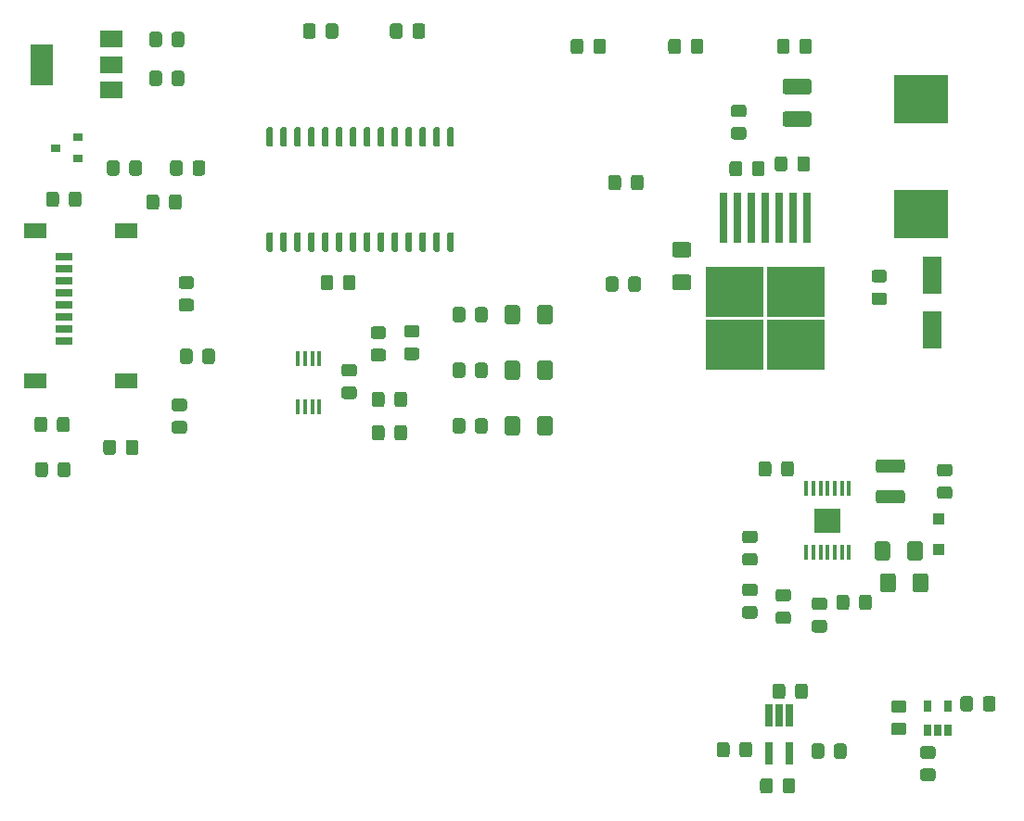
<source format=gbr>
%TF.GenerationSoftware,KiCad,Pcbnew,(5.1.9)-1*%
%TF.CreationDate,2021-07-10T09:55:13-04:00*%
%TF.ProjectId,detector_circuit,64657465-6374-46f7-925f-636972637569,rev?*%
%TF.SameCoordinates,Original*%
%TF.FileFunction,Paste,Top*%
%TF.FilePolarity,Positive*%
%FSLAX46Y46*%
G04 Gerber Fmt 4.6, Leading zero omitted, Abs format (unit mm)*
G04 Created by KiCad (PCBNEW (5.1.9)-1) date 2021-07-10 09:55:13*
%MOMM*%
%LPD*%
G01*
G04 APERTURE LIST*
%ADD10R,2.000000X1.450000*%
%ADD11R,1.500000X0.800000*%
%ADD12R,0.650000X2.000000*%
%ADD13R,5.250000X4.550000*%
%ADD14R,0.800000X4.600000*%
%ADD15R,5.000000X4.500000*%
%ADD16R,1.800000X3.500000*%
%ADD17R,0.355600X1.473200*%
%ADD18R,2.460000X2.310000*%
%ADD19R,2.000000X3.800000*%
%ADD20R,2.000000X1.500000*%
%ADD21R,0.650000X1.060000*%
%ADD22R,1.100000X1.100000*%
%ADD23R,0.450000X1.450000*%
%ADD24R,0.900000X0.800000*%
G04 APERTURE END LIST*
D10*
%TO.C,J8*%
X87185500Y-77660500D03*
X87185500Y-91410500D03*
X95485500Y-91410500D03*
X95485500Y-77660500D03*
D11*
X89785500Y-80040500D03*
X89785500Y-81140500D03*
X89785500Y-82240500D03*
X89795500Y-83340500D03*
X89785500Y-84440500D03*
X89785500Y-85530500D03*
X89785500Y-86640500D03*
X89785500Y-87740500D03*
%TD*%
%TO.C,C1*%
G36*
G01*
X155633000Y-119310999D02*
X155633000Y-120211001D01*
G75*
G02*
X155383001Y-120461000I-249999J0D01*
G01*
X154732999Y-120461000D01*
G75*
G02*
X154483000Y-120211001I0J249999D01*
G01*
X154483000Y-119310999D01*
G75*
G02*
X154732999Y-119061000I249999J0D01*
G01*
X155383001Y-119061000D01*
G75*
G02*
X155633000Y-119310999I0J-249999D01*
G01*
G37*
G36*
G01*
X157683000Y-119310999D02*
X157683000Y-120211001D01*
G75*
G02*
X157433001Y-120461000I-249999J0D01*
G01*
X156782999Y-120461000D01*
G75*
G02*
X156533000Y-120211001I0J249999D01*
G01*
X156533000Y-119310999D01*
G75*
G02*
X156782999Y-119061000I249999J0D01*
G01*
X157433001Y-119061000D01*
G75*
G02*
X157683000Y-119310999I0J-249999D01*
G01*
G37*
%TD*%
%TO.C,C26*%
G36*
G01*
X155643000Y-66760500D02*
X157793000Y-66760500D01*
G75*
G02*
X158043000Y-67010500I0J-250000D01*
G01*
X158043000Y-67935500D01*
G75*
G02*
X157793000Y-68185500I-250000J0D01*
G01*
X155643000Y-68185500D01*
G75*
G02*
X155393000Y-67935500I0J250000D01*
G01*
X155393000Y-67010500D01*
G75*
G02*
X155643000Y-66760500I250000J0D01*
G01*
G37*
G36*
G01*
X155643000Y-63785500D02*
X157793000Y-63785500D01*
G75*
G02*
X158043000Y-64035500I0J-250000D01*
G01*
X158043000Y-64960500D01*
G75*
G02*
X157793000Y-65210500I-250000J0D01*
G01*
X155643000Y-65210500D01*
G75*
G02*
X155393000Y-64960500I0J250000D01*
G01*
X155393000Y-64035500D01*
G75*
G02*
X155643000Y-63785500I250000J0D01*
G01*
G37*
%TD*%
%TO.C,C22*%
G36*
G01*
X145552000Y-81674000D02*
X146802000Y-81674000D01*
G75*
G02*
X147052000Y-81924000I0J-250000D01*
G01*
X147052000Y-82849000D01*
G75*
G02*
X146802000Y-83099000I-250000J0D01*
G01*
X145552000Y-83099000D01*
G75*
G02*
X145302000Y-82849000I0J250000D01*
G01*
X145302000Y-81924000D01*
G75*
G02*
X145552000Y-81674000I250000J0D01*
G01*
G37*
G36*
G01*
X145552000Y-78699000D02*
X146802000Y-78699000D01*
G75*
G02*
X147052000Y-78949000I0J-250000D01*
G01*
X147052000Y-79874000D01*
G75*
G02*
X146802000Y-80124000I-250000J0D01*
G01*
X145552000Y-80124000D01*
G75*
G02*
X145302000Y-79874000I0J250000D01*
G01*
X145302000Y-78949000D01*
G75*
G02*
X145552000Y-78699000I250000J0D01*
G01*
G37*
%TD*%
%TO.C,C16*%
G36*
G01*
X165722000Y-109230000D02*
X165722000Y-110480000D01*
G75*
G02*
X165472000Y-110730000I-250000J0D01*
G01*
X164547000Y-110730000D01*
G75*
G02*
X164297000Y-110480000I0J250000D01*
G01*
X164297000Y-109230000D01*
G75*
G02*
X164547000Y-108980000I250000J0D01*
G01*
X165472000Y-108980000D01*
G75*
G02*
X165722000Y-109230000I0J-250000D01*
G01*
G37*
G36*
G01*
X168697000Y-109230000D02*
X168697000Y-110480000D01*
G75*
G02*
X168447000Y-110730000I-250000J0D01*
G01*
X167522000Y-110730000D01*
G75*
G02*
X167272000Y-110480000I0J250000D01*
G01*
X167272000Y-109230000D01*
G75*
G02*
X167522000Y-108980000I250000J0D01*
G01*
X168447000Y-108980000D01*
G75*
G02*
X168697000Y-109230000I0J-250000D01*
G01*
G37*
%TD*%
%TO.C,C15*%
G36*
G01*
X165214000Y-106309000D02*
X165214000Y-107559000D01*
G75*
G02*
X164964000Y-107809000I-250000J0D01*
G01*
X164039000Y-107809000D01*
G75*
G02*
X163789000Y-107559000I0J250000D01*
G01*
X163789000Y-106309000D01*
G75*
G02*
X164039000Y-106059000I250000J0D01*
G01*
X164964000Y-106059000D01*
G75*
G02*
X165214000Y-106309000I0J-250000D01*
G01*
G37*
G36*
G01*
X168189000Y-106309000D02*
X168189000Y-107559000D01*
G75*
G02*
X167939000Y-107809000I-250000J0D01*
G01*
X167014000Y-107809000D01*
G75*
G02*
X166764000Y-107559000I0J250000D01*
G01*
X166764000Y-106309000D01*
G75*
G02*
X167014000Y-106059000I250000J0D01*
G01*
X167939000Y-106059000D01*
G75*
G02*
X168189000Y-106309000I0J-250000D01*
G01*
G37*
%TD*%
D12*
%TO.C,U3*%
X156017000Y-125408000D03*
X154117000Y-125408000D03*
X154117000Y-121988000D03*
X155067000Y-121988000D03*
X156017000Y-121988000D03*
%TD*%
D13*
%TO.C,U1*%
X151022000Y-83236500D03*
X156572000Y-88086500D03*
X156572000Y-83236500D03*
X151022000Y-88086500D03*
D14*
X149987000Y-76511500D03*
X151257000Y-76511500D03*
X152527000Y-76511500D03*
X153797000Y-76511500D03*
X155067000Y-76511500D03*
X156337000Y-76511500D03*
X157607000Y-76511500D03*
%TD*%
%TO.C,C4*%
G36*
G01*
X173678000Y-121354001D02*
X173678000Y-120453999D01*
G75*
G02*
X173927999Y-120204000I249999J0D01*
G01*
X174578001Y-120204000D01*
G75*
G02*
X174828000Y-120453999I0J-249999D01*
G01*
X174828000Y-121354001D01*
G75*
G02*
X174578001Y-121604000I-249999J0D01*
G01*
X173927999Y-121604000D01*
G75*
G02*
X173678000Y-121354001I0J249999D01*
G01*
G37*
G36*
G01*
X171628000Y-121354001D02*
X171628000Y-120453999D01*
G75*
G02*
X171877999Y-120204000I249999J0D01*
G01*
X172528001Y-120204000D01*
G75*
G02*
X172778000Y-120453999I0J-249999D01*
G01*
X172778000Y-121354001D01*
G75*
G02*
X172528001Y-121604000I-249999J0D01*
G01*
X171877999Y-121604000D01*
G75*
G02*
X171628000Y-121354001I0J249999D01*
G01*
G37*
%TD*%
%TO.C,R19*%
G36*
G01*
X102431000Y-89604001D02*
X102431000Y-88703999D01*
G75*
G02*
X102680999Y-88454000I249999J0D01*
G01*
X103331001Y-88454000D01*
G75*
G02*
X103581000Y-88703999I0J-249999D01*
G01*
X103581000Y-89604001D01*
G75*
G02*
X103331001Y-89854000I-249999J0D01*
G01*
X102680999Y-89854000D01*
G75*
G02*
X102431000Y-89604001I0J249999D01*
G01*
G37*
G36*
G01*
X100381000Y-89604001D02*
X100381000Y-88703999D01*
G75*
G02*
X100630999Y-88454000I249999J0D01*
G01*
X101281001Y-88454000D01*
G75*
G02*
X101531000Y-88703999I0J-249999D01*
G01*
X101531000Y-89604001D01*
G75*
G02*
X101281001Y-89854000I-249999J0D01*
G01*
X100630999Y-89854000D01*
G75*
G02*
X100381000Y-89604001I0J249999D01*
G01*
G37*
%TD*%
D15*
%TO.C,L2*%
X168021000Y-65636500D03*
X168021000Y-76136500D03*
%TD*%
%TO.C,R2*%
G36*
G01*
X150933999Y-68204500D02*
X151834001Y-68204500D01*
G75*
G02*
X152084000Y-68454499I0J-249999D01*
G01*
X152084000Y-69104501D01*
G75*
G02*
X151834001Y-69354500I-249999J0D01*
G01*
X150933999Y-69354500D01*
G75*
G02*
X150684000Y-69104501I0J249999D01*
G01*
X150684000Y-68454499D01*
G75*
G02*
X150933999Y-68204500I249999J0D01*
G01*
G37*
G36*
G01*
X150933999Y-66154500D02*
X151834001Y-66154500D01*
G75*
G02*
X152084000Y-66404499I0J-249999D01*
G01*
X152084000Y-67054501D01*
G75*
G02*
X151834001Y-67304500I-249999J0D01*
G01*
X150933999Y-67304500D01*
G75*
G02*
X150684000Y-67054501I0J249999D01*
G01*
X150684000Y-66404499D01*
G75*
G02*
X150933999Y-66154500I249999J0D01*
G01*
G37*
%TD*%
D16*
%TO.C,D7*%
X169037000Y-86764500D03*
X169037000Y-81764500D03*
%TD*%
D17*
%TO.C,U6*%
X161462034Y-101219000D03*
X160812023Y-101219000D03*
X160162011Y-101219000D03*
X159512000Y-101219000D03*
X158861989Y-101219000D03*
X158211977Y-101219000D03*
X157561966Y-101219000D03*
X157561966Y-107061000D03*
X158211977Y-107061000D03*
X158861989Y-107061000D03*
X159512000Y-107061000D03*
X160162011Y-107061000D03*
X160812023Y-107061000D03*
X161462034Y-107061000D03*
D18*
X159512000Y-104140000D03*
%TD*%
%TO.C,R41*%
G36*
G01*
X152596000Y-72459001D02*
X152596000Y-71558999D01*
G75*
G02*
X152845999Y-71309000I249999J0D01*
G01*
X153496001Y-71309000D01*
G75*
G02*
X153746000Y-71558999I0J-249999D01*
G01*
X153746000Y-72459001D01*
G75*
G02*
X153496001Y-72709000I-249999J0D01*
G01*
X152845999Y-72709000D01*
G75*
G02*
X152596000Y-72459001I0J249999D01*
G01*
G37*
G36*
G01*
X150546000Y-72459001D02*
X150546000Y-71558999D01*
G75*
G02*
X150795999Y-71309000I249999J0D01*
G01*
X151446001Y-71309000D01*
G75*
G02*
X151696000Y-71558999I0J-249999D01*
G01*
X151696000Y-72459001D01*
G75*
G02*
X151446001Y-72709000I-249999J0D01*
G01*
X150795999Y-72709000D01*
G75*
G02*
X150546000Y-72459001I0J249999D01*
G01*
G37*
%TD*%
%TO.C,L1*%
G36*
G01*
X166302000Y-99809000D02*
X164152000Y-99809000D01*
G75*
G02*
X163902000Y-99559000I0J250000D01*
G01*
X163902000Y-98809000D01*
G75*
G02*
X164152000Y-98559000I250000J0D01*
G01*
X166302000Y-98559000D01*
G75*
G02*
X166552000Y-98809000I0J-250000D01*
G01*
X166552000Y-99559000D01*
G75*
G02*
X166302000Y-99809000I-250000J0D01*
G01*
G37*
G36*
G01*
X166302000Y-102609000D02*
X164152000Y-102609000D01*
G75*
G02*
X163902000Y-102359000I0J250000D01*
G01*
X163902000Y-101609000D01*
G75*
G02*
X164152000Y-101359000I250000J0D01*
G01*
X166302000Y-101359000D01*
G75*
G02*
X166552000Y-101609000I0J-250000D01*
G01*
X166552000Y-102359000D01*
G75*
G02*
X166302000Y-102609000I-250000J0D01*
G01*
G37*
%TD*%
%TO.C,C25*%
G36*
G01*
X155832500Y-71114499D02*
X155832500Y-72014501D01*
G75*
G02*
X155582501Y-72264500I-249999J0D01*
G01*
X154932499Y-72264500D01*
G75*
G02*
X154682500Y-72014501I0J249999D01*
G01*
X154682500Y-71114499D01*
G75*
G02*
X154932499Y-70864500I249999J0D01*
G01*
X155582501Y-70864500D01*
G75*
G02*
X155832500Y-71114499I0J-249999D01*
G01*
G37*
G36*
G01*
X157882500Y-71114499D02*
X157882500Y-72014501D01*
G75*
G02*
X157632501Y-72264500I-249999J0D01*
G01*
X156982499Y-72264500D01*
G75*
G02*
X156732500Y-72014501I0J249999D01*
G01*
X156732500Y-71114499D01*
G75*
G02*
X156982499Y-70864500I249999J0D01*
G01*
X157632501Y-70864500D01*
G75*
G02*
X157882500Y-71114499I0J-249999D01*
G01*
G37*
%TD*%
%TO.C,C24*%
G36*
G01*
X163760999Y-83308500D02*
X164661001Y-83308500D01*
G75*
G02*
X164911000Y-83558499I0J-249999D01*
G01*
X164911000Y-84208501D01*
G75*
G02*
X164661001Y-84458500I-249999J0D01*
G01*
X163760999Y-84458500D01*
G75*
G02*
X163511000Y-84208501I0J249999D01*
G01*
X163511000Y-83558499D01*
G75*
G02*
X163760999Y-83308500I249999J0D01*
G01*
G37*
G36*
G01*
X163760999Y-81258500D02*
X164661001Y-81258500D01*
G75*
G02*
X164911000Y-81508499I0J-249999D01*
G01*
X164911000Y-82158501D01*
G75*
G02*
X164661001Y-82408500I-249999J0D01*
G01*
X163760999Y-82408500D01*
G75*
G02*
X163511000Y-82158501I0J249999D01*
G01*
X163511000Y-81508499D01*
G75*
G02*
X163760999Y-81258500I249999J0D01*
G01*
G37*
%TD*%
%TO.C,U5*%
G36*
G01*
X124945000Y-77814000D02*
X125245000Y-77814000D01*
G75*
G02*
X125395000Y-77964000I0J-150000D01*
G01*
X125395000Y-79464000D01*
G75*
G02*
X125245000Y-79614000I-150000J0D01*
G01*
X124945000Y-79614000D01*
G75*
G02*
X124795000Y-79464000I0J150000D01*
G01*
X124795000Y-77964000D01*
G75*
G02*
X124945000Y-77814000I150000J0D01*
G01*
G37*
G36*
G01*
X123675000Y-77814000D02*
X123975000Y-77814000D01*
G75*
G02*
X124125000Y-77964000I0J-150000D01*
G01*
X124125000Y-79464000D01*
G75*
G02*
X123975000Y-79614000I-150000J0D01*
G01*
X123675000Y-79614000D01*
G75*
G02*
X123525000Y-79464000I0J150000D01*
G01*
X123525000Y-77964000D01*
G75*
G02*
X123675000Y-77814000I150000J0D01*
G01*
G37*
G36*
G01*
X122405000Y-77814000D02*
X122705000Y-77814000D01*
G75*
G02*
X122855000Y-77964000I0J-150000D01*
G01*
X122855000Y-79464000D01*
G75*
G02*
X122705000Y-79614000I-150000J0D01*
G01*
X122405000Y-79614000D01*
G75*
G02*
X122255000Y-79464000I0J150000D01*
G01*
X122255000Y-77964000D01*
G75*
G02*
X122405000Y-77814000I150000J0D01*
G01*
G37*
G36*
G01*
X121135000Y-77814000D02*
X121435000Y-77814000D01*
G75*
G02*
X121585000Y-77964000I0J-150000D01*
G01*
X121585000Y-79464000D01*
G75*
G02*
X121435000Y-79614000I-150000J0D01*
G01*
X121135000Y-79614000D01*
G75*
G02*
X120985000Y-79464000I0J150000D01*
G01*
X120985000Y-77964000D01*
G75*
G02*
X121135000Y-77814000I150000J0D01*
G01*
G37*
G36*
G01*
X119865000Y-77814000D02*
X120165000Y-77814000D01*
G75*
G02*
X120315000Y-77964000I0J-150000D01*
G01*
X120315000Y-79464000D01*
G75*
G02*
X120165000Y-79614000I-150000J0D01*
G01*
X119865000Y-79614000D01*
G75*
G02*
X119715000Y-79464000I0J150000D01*
G01*
X119715000Y-77964000D01*
G75*
G02*
X119865000Y-77814000I150000J0D01*
G01*
G37*
G36*
G01*
X118595000Y-77814000D02*
X118895000Y-77814000D01*
G75*
G02*
X119045000Y-77964000I0J-150000D01*
G01*
X119045000Y-79464000D01*
G75*
G02*
X118895000Y-79614000I-150000J0D01*
G01*
X118595000Y-79614000D01*
G75*
G02*
X118445000Y-79464000I0J150000D01*
G01*
X118445000Y-77964000D01*
G75*
G02*
X118595000Y-77814000I150000J0D01*
G01*
G37*
G36*
G01*
X117325000Y-77814000D02*
X117625000Y-77814000D01*
G75*
G02*
X117775000Y-77964000I0J-150000D01*
G01*
X117775000Y-79464000D01*
G75*
G02*
X117625000Y-79614000I-150000J0D01*
G01*
X117325000Y-79614000D01*
G75*
G02*
X117175000Y-79464000I0J150000D01*
G01*
X117175000Y-77964000D01*
G75*
G02*
X117325000Y-77814000I150000J0D01*
G01*
G37*
G36*
G01*
X116055000Y-77814000D02*
X116355000Y-77814000D01*
G75*
G02*
X116505000Y-77964000I0J-150000D01*
G01*
X116505000Y-79464000D01*
G75*
G02*
X116355000Y-79614000I-150000J0D01*
G01*
X116055000Y-79614000D01*
G75*
G02*
X115905000Y-79464000I0J150000D01*
G01*
X115905000Y-77964000D01*
G75*
G02*
X116055000Y-77814000I150000J0D01*
G01*
G37*
G36*
G01*
X114785000Y-77814000D02*
X115085000Y-77814000D01*
G75*
G02*
X115235000Y-77964000I0J-150000D01*
G01*
X115235000Y-79464000D01*
G75*
G02*
X115085000Y-79614000I-150000J0D01*
G01*
X114785000Y-79614000D01*
G75*
G02*
X114635000Y-79464000I0J150000D01*
G01*
X114635000Y-77964000D01*
G75*
G02*
X114785000Y-77814000I150000J0D01*
G01*
G37*
G36*
G01*
X113515000Y-77814000D02*
X113815000Y-77814000D01*
G75*
G02*
X113965000Y-77964000I0J-150000D01*
G01*
X113965000Y-79464000D01*
G75*
G02*
X113815000Y-79614000I-150000J0D01*
G01*
X113515000Y-79614000D01*
G75*
G02*
X113365000Y-79464000I0J150000D01*
G01*
X113365000Y-77964000D01*
G75*
G02*
X113515000Y-77814000I150000J0D01*
G01*
G37*
G36*
G01*
X112245000Y-77814000D02*
X112545000Y-77814000D01*
G75*
G02*
X112695000Y-77964000I0J-150000D01*
G01*
X112695000Y-79464000D01*
G75*
G02*
X112545000Y-79614000I-150000J0D01*
G01*
X112245000Y-79614000D01*
G75*
G02*
X112095000Y-79464000I0J150000D01*
G01*
X112095000Y-77964000D01*
G75*
G02*
X112245000Y-77814000I150000J0D01*
G01*
G37*
G36*
G01*
X110975000Y-77814000D02*
X111275000Y-77814000D01*
G75*
G02*
X111425000Y-77964000I0J-150000D01*
G01*
X111425000Y-79464000D01*
G75*
G02*
X111275000Y-79614000I-150000J0D01*
G01*
X110975000Y-79614000D01*
G75*
G02*
X110825000Y-79464000I0J150000D01*
G01*
X110825000Y-77964000D01*
G75*
G02*
X110975000Y-77814000I150000J0D01*
G01*
G37*
G36*
G01*
X109705000Y-77814000D02*
X110005000Y-77814000D01*
G75*
G02*
X110155000Y-77964000I0J-150000D01*
G01*
X110155000Y-79464000D01*
G75*
G02*
X110005000Y-79614000I-150000J0D01*
G01*
X109705000Y-79614000D01*
G75*
G02*
X109555000Y-79464000I0J150000D01*
G01*
X109555000Y-77964000D01*
G75*
G02*
X109705000Y-77814000I150000J0D01*
G01*
G37*
G36*
G01*
X108435000Y-77814000D02*
X108735000Y-77814000D01*
G75*
G02*
X108885000Y-77964000I0J-150000D01*
G01*
X108885000Y-79464000D01*
G75*
G02*
X108735000Y-79614000I-150000J0D01*
G01*
X108435000Y-79614000D01*
G75*
G02*
X108285000Y-79464000I0J150000D01*
G01*
X108285000Y-77964000D01*
G75*
G02*
X108435000Y-77814000I150000J0D01*
G01*
G37*
G36*
G01*
X108435000Y-68214000D02*
X108735000Y-68214000D01*
G75*
G02*
X108885000Y-68364000I0J-150000D01*
G01*
X108885000Y-69864000D01*
G75*
G02*
X108735000Y-70014000I-150000J0D01*
G01*
X108435000Y-70014000D01*
G75*
G02*
X108285000Y-69864000I0J150000D01*
G01*
X108285000Y-68364000D01*
G75*
G02*
X108435000Y-68214000I150000J0D01*
G01*
G37*
G36*
G01*
X109705000Y-68214000D02*
X110005000Y-68214000D01*
G75*
G02*
X110155000Y-68364000I0J-150000D01*
G01*
X110155000Y-69864000D01*
G75*
G02*
X110005000Y-70014000I-150000J0D01*
G01*
X109705000Y-70014000D01*
G75*
G02*
X109555000Y-69864000I0J150000D01*
G01*
X109555000Y-68364000D01*
G75*
G02*
X109705000Y-68214000I150000J0D01*
G01*
G37*
G36*
G01*
X110975000Y-68214000D02*
X111275000Y-68214000D01*
G75*
G02*
X111425000Y-68364000I0J-150000D01*
G01*
X111425000Y-69864000D01*
G75*
G02*
X111275000Y-70014000I-150000J0D01*
G01*
X110975000Y-70014000D01*
G75*
G02*
X110825000Y-69864000I0J150000D01*
G01*
X110825000Y-68364000D01*
G75*
G02*
X110975000Y-68214000I150000J0D01*
G01*
G37*
G36*
G01*
X112245000Y-68214000D02*
X112545000Y-68214000D01*
G75*
G02*
X112695000Y-68364000I0J-150000D01*
G01*
X112695000Y-69864000D01*
G75*
G02*
X112545000Y-70014000I-150000J0D01*
G01*
X112245000Y-70014000D01*
G75*
G02*
X112095000Y-69864000I0J150000D01*
G01*
X112095000Y-68364000D01*
G75*
G02*
X112245000Y-68214000I150000J0D01*
G01*
G37*
G36*
G01*
X113515000Y-68214000D02*
X113815000Y-68214000D01*
G75*
G02*
X113965000Y-68364000I0J-150000D01*
G01*
X113965000Y-69864000D01*
G75*
G02*
X113815000Y-70014000I-150000J0D01*
G01*
X113515000Y-70014000D01*
G75*
G02*
X113365000Y-69864000I0J150000D01*
G01*
X113365000Y-68364000D01*
G75*
G02*
X113515000Y-68214000I150000J0D01*
G01*
G37*
G36*
G01*
X114785000Y-68214000D02*
X115085000Y-68214000D01*
G75*
G02*
X115235000Y-68364000I0J-150000D01*
G01*
X115235000Y-69864000D01*
G75*
G02*
X115085000Y-70014000I-150000J0D01*
G01*
X114785000Y-70014000D01*
G75*
G02*
X114635000Y-69864000I0J150000D01*
G01*
X114635000Y-68364000D01*
G75*
G02*
X114785000Y-68214000I150000J0D01*
G01*
G37*
G36*
G01*
X116055000Y-68214000D02*
X116355000Y-68214000D01*
G75*
G02*
X116505000Y-68364000I0J-150000D01*
G01*
X116505000Y-69864000D01*
G75*
G02*
X116355000Y-70014000I-150000J0D01*
G01*
X116055000Y-70014000D01*
G75*
G02*
X115905000Y-69864000I0J150000D01*
G01*
X115905000Y-68364000D01*
G75*
G02*
X116055000Y-68214000I150000J0D01*
G01*
G37*
G36*
G01*
X117325000Y-68214000D02*
X117625000Y-68214000D01*
G75*
G02*
X117775000Y-68364000I0J-150000D01*
G01*
X117775000Y-69864000D01*
G75*
G02*
X117625000Y-70014000I-150000J0D01*
G01*
X117325000Y-70014000D01*
G75*
G02*
X117175000Y-69864000I0J150000D01*
G01*
X117175000Y-68364000D01*
G75*
G02*
X117325000Y-68214000I150000J0D01*
G01*
G37*
G36*
G01*
X118595000Y-68214000D02*
X118895000Y-68214000D01*
G75*
G02*
X119045000Y-68364000I0J-150000D01*
G01*
X119045000Y-69864000D01*
G75*
G02*
X118895000Y-70014000I-150000J0D01*
G01*
X118595000Y-70014000D01*
G75*
G02*
X118445000Y-69864000I0J150000D01*
G01*
X118445000Y-68364000D01*
G75*
G02*
X118595000Y-68214000I150000J0D01*
G01*
G37*
G36*
G01*
X119865000Y-68214000D02*
X120165000Y-68214000D01*
G75*
G02*
X120315000Y-68364000I0J-150000D01*
G01*
X120315000Y-69864000D01*
G75*
G02*
X120165000Y-70014000I-150000J0D01*
G01*
X119865000Y-70014000D01*
G75*
G02*
X119715000Y-69864000I0J150000D01*
G01*
X119715000Y-68364000D01*
G75*
G02*
X119865000Y-68214000I150000J0D01*
G01*
G37*
G36*
G01*
X121135000Y-68214000D02*
X121435000Y-68214000D01*
G75*
G02*
X121585000Y-68364000I0J-150000D01*
G01*
X121585000Y-69864000D01*
G75*
G02*
X121435000Y-70014000I-150000J0D01*
G01*
X121135000Y-70014000D01*
G75*
G02*
X120985000Y-69864000I0J150000D01*
G01*
X120985000Y-68364000D01*
G75*
G02*
X121135000Y-68214000I150000J0D01*
G01*
G37*
G36*
G01*
X122405000Y-68214000D02*
X122705000Y-68214000D01*
G75*
G02*
X122855000Y-68364000I0J-150000D01*
G01*
X122855000Y-69864000D01*
G75*
G02*
X122705000Y-70014000I-150000J0D01*
G01*
X122405000Y-70014000D01*
G75*
G02*
X122255000Y-69864000I0J150000D01*
G01*
X122255000Y-68364000D01*
G75*
G02*
X122405000Y-68214000I150000J0D01*
G01*
G37*
G36*
G01*
X123675000Y-68214000D02*
X123975000Y-68214000D01*
G75*
G02*
X124125000Y-68364000I0J-150000D01*
G01*
X124125000Y-69864000D01*
G75*
G02*
X123975000Y-70014000I-150000J0D01*
G01*
X123675000Y-70014000D01*
G75*
G02*
X123525000Y-69864000I0J150000D01*
G01*
X123525000Y-68364000D01*
G75*
G02*
X123675000Y-68214000I150000J0D01*
G01*
G37*
G36*
G01*
X124945000Y-68214000D02*
X125245000Y-68214000D01*
G75*
G02*
X125395000Y-68364000I0J-150000D01*
G01*
X125395000Y-69864000D01*
G75*
G02*
X125245000Y-70014000I-150000J0D01*
G01*
X124945000Y-70014000D01*
G75*
G02*
X124795000Y-69864000I0J150000D01*
G01*
X124795000Y-68364000D01*
G75*
G02*
X124945000Y-68214000I150000J0D01*
G01*
G37*
%TD*%
D19*
%TO.C,U4*%
X87782000Y-62484000D03*
D20*
X94082000Y-62484000D03*
X94082000Y-60184000D03*
X94082000Y-64784000D03*
%TD*%
D21*
%TO.C,U2*%
X168595000Y-121074000D03*
X170495000Y-121074000D03*
X170495000Y-123274000D03*
X169545000Y-123274000D03*
X168595000Y-123274000D03*
%TD*%
%TO.C,D5*%
G36*
G01*
X131432000Y-94879000D02*
X131432000Y-96129000D01*
G75*
G02*
X131182000Y-96379000I-250000J0D01*
G01*
X130257000Y-96379000D01*
G75*
G02*
X130007000Y-96129000I0J250000D01*
G01*
X130007000Y-94879000D01*
G75*
G02*
X130257000Y-94629000I250000J0D01*
G01*
X131182000Y-94629000D01*
G75*
G02*
X131432000Y-94879000I0J-250000D01*
G01*
G37*
G36*
G01*
X134407000Y-94879000D02*
X134407000Y-96129000D01*
G75*
G02*
X134157000Y-96379000I-250000J0D01*
G01*
X133232000Y-96379000D01*
G75*
G02*
X132982000Y-96129000I0J250000D01*
G01*
X132982000Y-94879000D01*
G75*
G02*
X133232000Y-94629000I250000J0D01*
G01*
X134157000Y-94629000D01*
G75*
G02*
X134407000Y-94879000I0J-250000D01*
G01*
G37*
%TD*%
%TO.C,D4*%
G36*
G01*
X131432000Y-84719000D02*
X131432000Y-85969000D01*
G75*
G02*
X131182000Y-86219000I-250000J0D01*
G01*
X130257000Y-86219000D01*
G75*
G02*
X130007000Y-85969000I0J250000D01*
G01*
X130007000Y-84719000D01*
G75*
G02*
X130257000Y-84469000I250000J0D01*
G01*
X131182000Y-84469000D01*
G75*
G02*
X131432000Y-84719000I0J-250000D01*
G01*
G37*
G36*
G01*
X134407000Y-84719000D02*
X134407000Y-85969000D01*
G75*
G02*
X134157000Y-86219000I-250000J0D01*
G01*
X133232000Y-86219000D01*
G75*
G02*
X132982000Y-85969000I0J250000D01*
G01*
X132982000Y-84719000D01*
G75*
G02*
X133232000Y-84469000I250000J0D01*
G01*
X134157000Y-84469000D01*
G75*
G02*
X134407000Y-84719000I0J-250000D01*
G01*
G37*
%TD*%
%TO.C,D3*%
G36*
G01*
X131432000Y-89799000D02*
X131432000Y-91049000D01*
G75*
G02*
X131182000Y-91299000I-250000J0D01*
G01*
X130257000Y-91299000D01*
G75*
G02*
X130007000Y-91049000I0J250000D01*
G01*
X130007000Y-89799000D01*
G75*
G02*
X130257000Y-89549000I250000J0D01*
G01*
X131182000Y-89549000D01*
G75*
G02*
X131432000Y-89799000I0J-250000D01*
G01*
G37*
G36*
G01*
X134407000Y-89799000D02*
X134407000Y-91049000D01*
G75*
G02*
X134157000Y-91299000I-250000J0D01*
G01*
X133232000Y-91299000D01*
G75*
G02*
X132982000Y-91049000I0J250000D01*
G01*
X132982000Y-89799000D01*
G75*
G02*
X133232000Y-89549000I250000J0D01*
G01*
X134157000Y-89549000D01*
G75*
G02*
X134407000Y-89799000I0J-250000D01*
G01*
G37*
%TD*%
D22*
%TO.C,D1*%
X169672000Y-106810000D03*
X169672000Y-104010000D03*
%TD*%
D23*
%TO.C,U14*%
X111166000Y-89367000D03*
X111816000Y-89367000D03*
X112466000Y-89367000D03*
X113116000Y-89367000D03*
X113116000Y-93767000D03*
X112466000Y-93767000D03*
X111816000Y-93767000D03*
X111166000Y-93767000D03*
%TD*%
%TO.C,R38*%
G36*
G01*
X119957000Y-96589001D02*
X119957000Y-95688999D01*
G75*
G02*
X120206999Y-95439000I249999J0D01*
G01*
X120857001Y-95439000D01*
G75*
G02*
X121107000Y-95688999I0J-249999D01*
G01*
X121107000Y-96589001D01*
G75*
G02*
X120857001Y-96839000I-249999J0D01*
G01*
X120206999Y-96839000D01*
G75*
G02*
X119957000Y-96589001I0J249999D01*
G01*
G37*
G36*
G01*
X117907000Y-96589001D02*
X117907000Y-95688999D01*
G75*
G02*
X118156999Y-95439000I249999J0D01*
G01*
X118807001Y-95439000D01*
G75*
G02*
X119057000Y-95688999I0J-249999D01*
G01*
X119057000Y-96589001D01*
G75*
G02*
X118807001Y-96839000I-249999J0D01*
G01*
X118156999Y-96839000D01*
G75*
G02*
X117907000Y-96589001I0J249999D01*
G01*
G37*
%TD*%
%TO.C,R37*%
G36*
G01*
X118040999Y-88461000D02*
X118941001Y-88461000D01*
G75*
G02*
X119191000Y-88710999I0J-249999D01*
G01*
X119191000Y-89361001D01*
G75*
G02*
X118941001Y-89611000I-249999J0D01*
G01*
X118040999Y-89611000D01*
G75*
G02*
X117791000Y-89361001I0J249999D01*
G01*
X117791000Y-88710999D01*
G75*
G02*
X118040999Y-88461000I249999J0D01*
G01*
G37*
G36*
G01*
X118040999Y-86411000D02*
X118941001Y-86411000D01*
G75*
G02*
X119191000Y-86660999I0J-249999D01*
G01*
X119191000Y-87311001D01*
G75*
G02*
X118941001Y-87561000I-249999J0D01*
G01*
X118040999Y-87561000D01*
G75*
G02*
X117791000Y-87311001I0J249999D01*
G01*
X117791000Y-86660999D01*
G75*
G02*
X118040999Y-86411000I249999J0D01*
G01*
G37*
%TD*%
%TO.C,R29*%
G36*
G01*
X119957000Y-93541001D02*
X119957000Y-92640999D01*
G75*
G02*
X120206999Y-92391000I249999J0D01*
G01*
X120857001Y-92391000D01*
G75*
G02*
X121107000Y-92640999I0J-249999D01*
G01*
X121107000Y-93541001D01*
G75*
G02*
X120857001Y-93791000I-249999J0D01*
G01*
X120206999Y-93791000D01*
G75*
G02*
X119957000Y-93541001I0J249999D01*
G01*
G37*
G36*
G01*
X117907000Y-93541001D02*
X117907000Y-92640999D01*
G75*
G02*
X118156999Y-92391000I249999J0D01*
G01*
X118807001Y-92391000D01*
G75*
G02*
X119057000Y-92640999I0J-249999D01*
G01*
X119057000Y-93541001D01*
G75*
G02*
X118807001Y-93791000I-249999J0D01*
G01*
X118156999Y-93791000D01*
G75*
G02*
X117907000Y-93541001I0J249999D01*
G01*
G37*
%TD*%
%TO.C,R28*%
G36*
G01*
X121088999Y-88343000D02*
X121989001Y-88343000D01*
G75*
G02*
X122239000Y-88592999I0J-249999D01*
G01*
X122239000Y-89243001D01*
G75*
G02*
X121989001Y-89493000I-249999J0D01*
G01*
X121088999Y-89493000D01*
G75*
G02*
X120839000Y-89243001I0J249999D01*
G01*
X120839000Y-88592999D01*
G75*
G02*
X121088999Y-88343000I249999J0D01*
G01*
G37*
G36*
G01*
X121088999Y-86293000D02*
X121989001Y-86293000D01*
G75*
G02*
X122239000Y-86542999I0J-249999D01*
G01*
X122239000Y-87193001D01*
G75*
G02*
X121989001Y-87443000I-249999J0D01*
G01*
X121088999Y-87443000D01*
G75*
G02*
X120839000Y-87193001I0J249999D01*
G01*
X120839000Y-86542999D01*
G75*
G02*
X121088999Y-86293000I249999J0D01*
G01*
G37*
%TD*%
%TO.C,R23*%
G36*
G01*
X99879999Y-93015000D02*
X100780001Y-93015000D01*
G75*
G02*
X101030000Y-93264999I0J-249999D01*
G01*
X101030000Y-93915001D01*
G75*
G02*
X100780001Y-94165000I-249999J0D01*
G01*
X99879999Y-94165000D01*
G75*
G02*
X99630000Y-93915001I0J249999D01*
G01*
X99630000Y-93264999D01*
G75*
G02*
X99879999Y-93015000I249999J0D01*
G01*
G37*
G36*
G01*
X99879999Y-95065000D02*
X100780001Y-95065000D01*
G75*
G02*
X101030000Y-95314999I0J-249999D01*
G01*
X101030000Y-95965001D01*
G75*
G02*
X100780001Y-96215000I-249999J0D01*
G01*
X99879999Y-96215000D01*
G75*
G02*
X99630000Y-95965001I0J249999D01*
G01*
X99630000Y-95314999D01*
G75*
G02*
X99879999Y-95065000I249999J0D01*
G01*
G37*
%TD*%
%TO.C,R22*%
G36*
G01*
X90373000Y-99054499D02*
X90373000Y-99954501D01*
G75*
G02*
X90123001Y-100204500I-249999J0D01*
G01*
X89472999Y-100204500D01*
G75*
G02*
X89223000Y-99954501I0J249999D01*
G01*
X89223000Y-99054499D01*
G75*
G02*
X89472999Y-98804500I249999J0D01*
G01*
X90123001Y-98804500D01*
G75*
G02*
X90373000Y-99054499I0J-249999D01*
G01*
G37*
G36*
G01*
X88323000Y-99054499D02*
X88323000Y-99954501D01*
G75*
G02*
X88073001Y-100204500I-249999J0D01*
G01*
X87422999Y-100204500D01*
G75*
G02*
X87173000Y-99954501I0J249999D01*
G01*
X87173000Y-99054499D01*
G75*
G02*
X87422999Y-98804500I249999J0D01*
G01*
X88073001Y-98804500D01*
G75*
G02*
X88323000Y-99054499I0J-249999D01*
G01*
G37*
%TD*%
%TO.C,R21*%
G36*
G01*
X99383000Y-75507001D02*
X99383000Y-74606999D01*
G75*
G02*
X99632999Y-74357000I249999J0D01*
G01*
X100283001Y-74357000D01*
G75*
G02*
X100533000Y-74606999I0J-249999D01*
G01*
X100533000Y-75507001D01*
G75*
G02*
X100283001Y-75757000I-249999J0D01*
G01*
X99632999Y-75757000D01*
G75*
G02*
X99383000Y-75507001I0J249999D01*
G01*
G37*
G36*
G01*
X97333000Y-75507001D02*
X97333000Y-74606999D01*
G75*
G02*
X97582999Y-74357000I249999J0D01*
G01*
X98233001Y-74357000D01*
G75*
G02*
X98483000Y-74606999I0J-249999D01*
G01*
X98483000Y-75507001D01*
G75*
G02*
X98233001Y-75757000I-249999J0D01*
G01*
X97582999Y-75757000D01*
G75*
G02*
X97333000Y-75507001I0J249999D01*
G01*
G37*
%TD*%
%TO.C,R20*%
G36*
G01*
X101542000Y-72395501D02*
X101542000Y-71495499D01*
G75*
G02*
X101791999Y-71245500I249999J0D01*
G01*
X102442001Y-71245500D01*
G75*
G02*
X102692000Y-71495499I0J-249999D01*
G01*
X102692000Y-72395501D01*
G75*
G02*
X102442001Y-72645500I-249999J0D01*
G01*
X101791999Y-72645500D01*
G75*
G02*
X101542000Y-72395501I0J249999D01*
G01*
G37*
G36*
G01*
X99492000Y-72395501D02*
X99492000Y-71495499D01*
G75*
G02*
X99741999Y-71245500I249999J0D01*
G01*
X100392001Y-71245500D01*
G75*
G02*
X100642000Y-71495499I0J-249999D01*
G01*
X100642000Y-72395501D01*
G75*
G02*
X100392001Y-72645500I-249999J0D01*
G01*
X99741999Y-72645500D01*
G75*
G02*
X99492000Y-72395501I0J249999D01*
G01*
G37*
%TD*%
%TO.C,R18*%
G36*
G01*
X95446000Y-97922501D02*
X95446000Y-97022499D01*
G75*
G02*
X95695999Y-96772500I249999J0D01*
G01*
X96346001Y-96772500D01*
G75*
G02*
X96596000Y-97022499I0J-249999D01*
G01*
X96596000Y-97922501D01*
G75*
G02*
X96346001Y-98172500I-249999J0D01*
G01*
X95695999Y-98172500D01*
G75*
G02*
X95446000Y-97922501I0J249999D01*
G01*
G37*
G36*
G01*
X93396000Y-97922501D02*
X93396000Y-97022499D01*
G75*
G02*
X93645999Y-96772500I249999J0D01*
G01*
X94296001Y-96772500D01*
G75*
G02*
X94546000Y-97022499I0J-249999D01*
G01*
X94546000Y-97922501D01*
G75*
G02*
X94296001Y-98172500I-249999J0D01*
G01*
X93645999Y-98172500D01*
G75*
G02*
X93396000Y-97922501I0J249999D01*
G01*
G37*
%TD*%
%TO.C,R15*%
G36*
G01*
X154997999Y-112464000D02*
X155898001Y-112464000D01*
G75*
G02*
X156148000Y-112713999I0J-249999D01*
G01*
X156148000Y-113364001D01*
G75*
G02*
X155898001Y-113614000I-249999J0D01*
G01*
X154997999Y-113614000D01*
G75*
G02*
X154748000Y-113364001I0J249999D01*
G01*
X154748000Y-112713999D01*
G75*
G02*
X154997999Y-112464000I249999J0D01*
G01*
G37*
G36*
G01*
X154997999Y-110414000D02*
X155898001Y-110414000D01*
G75*
G02*
X156148000Y-110663999I0J-249999D01*
G01*
X156148000Y-111314001D01*
G75*
G02*
X155898001Y-111564000I-249999J0D01*
G01*
X154997999Y-111564000D01*
G75*
G02*
X154748000Y-111314001I0J249999D01*
G01*
X154748000Y-110663999D01*
G75*
G02*
X154997999Y-110414000I249999J0D01*
G01*
G37*
%TD*%
%TO.C,R14*%
G36*
G01*
X159200001Y-112335000D02*
X158299999Y-112335000D01*
G75*
G02*
X158050000Y-112085001I0J249999D01*
G01*
X158050000Y-111434999D01*
G75*
G02*
X158299999Y-111185000I249999J0D01*
G01*
X159200001Y-111185000D01*
G75*
G02*
X159450000Y-111434999I0J-249999D01*
G01*
X159450000Y-112085001D01*
G75*
G02*
X159200001Y-112335000I-249999J0D01*
G01*
G37*
G36*
G01*
X159200001Y-114385000D02*
X158299999Y-114385000D01*
G75*
G02*
X158050000Y-114135001I0J249999D01*
G01*
X158050000Y-113484999D01*
G75*
G02*
X158299999Y-113235000I249999J0D01*
G01*
X159200001Y-113235000D01*
G75*
G02*
X159450000Y-113484999I0J-249999D01*
G01*
X159450000Y-114135001D01*
G75*
G02*
X159200001Y-114385000I-249999J0D01*
G01*
G37*
%TD*%
%TO.C,R13*%
G36*
G01*
X152850001Y-106230000D02*
X151949999Y-106230000D01*
G75*
G02*
X151700000Y-105980001I0J249999D01*
G01*
X151700000Y-105329999D01*
G75*
G02*
X151949999Y-105080000I249999J0D01*
G01*
X152850001Y-105080000D01*
G75*
G02*
X153100000Y-105329999I0J-249999D01*
G01*
X153100000Y-105980001D01*
G75*
G02*
X152850001Y-106230000I-249999J0D01*
G01*
G37*
G36*
G01*
X152850001Y-108280000D02*
X151949999Y-108280000D01*
G75*
G02*
X151700000Y-108030001I0J249999D01*
G01*
X151700000Y-107379999D01*
G75*
G02*
X151949999Y-107130000I249999J0D01*
G01*
X152850001Y-107130000D01*
G75*
G02*
X153100000Y-107379999I0J-249999D01*
G01*
X153100000Y-108030001D01*
G75*
G02*
X152850001Y-108280000I-249999J0D01*
G01*
G37*
%TD*%
%TO.C,R12*%
G36*
G01*
X91389000Y-74352999D02*
X91389000Y-75253001D01*
G75*
G02*
X91139001Y-75503000I-249999J0D01*
G01*
X90488999Y-75503000D01*
G75*
G02*
X90239000Y-75253001I0J249999D01*
G01*
X90239000Y-74352999D01*
G75*
G02*
X90488999Y-74103000I249999J0D01*
G01*
X91139001Y-74103000D01*
G75*
G02*
X91389000Y-74352999I0J-249999D01*
G01*
G37*
G36*
G01*
X89339000Y-74352999D02*
X89339000Y-75253001D01*
G75*
G02*
X89089001Y-75503000I-249999J0D01*
G01*
X88438999Y-75503000D01*
G75*
G02*
X88189000Y-75253001I0J249999D01*
G01*
X88189000Y-74352999D01*
G75*
G02*
X88438999Y-74103000I249999J0D01*
G01*
X89089001Y-74103000D01*
G75*
G02*
X89339000Y-74352999I0J-249999D01*
G01*
G37*
%TD*%
%TO.C,R11*%
G36*
G01*
X160325000Y-112083001D02*
X160325000Y-111182999D01*
G75*
G02*
X160574999Y-110933000I249999J0D01*
G01*
X161225001Y-110933000D01*
G75*
G02*
X161475000Y-111182999I0J-249999D01*
G01*
X161475000Y-112083001D01*
G75*
G02*
X161225001Y-112333000I-249999J0D01*
G01*
X160574999Y-112333000D01*
G75*
G02*
X160325000Y-112083001I0J249999D01*
G01*
G37*
G36*
G01*
X162375000Y-112083001D02*
X162375000Y-111182999D01*
G75*
G02*
X162624999Y-110933000I249999J0D01*
G01*
X163275001Y-110933000D01*
G75*
G02*
X163525000Y-111182999I0J-249999D01*
G01*
X163525000Y-112083001D01*
G75*
G02*
X163275001Y-112333000I-249999J0D01*
G01*
X162624999Y-112333000D01*
G75*
G02*
X162375000Y-112083001I0J249999D01*
G01*
G37*
%TD*%
%TO.C,R9*%
G36*
G01*
X127323000Y-95954001D02*
X127323000Y-95053999D01*
G75*
G02*
X127572999Y-94804000I249999J0D01*
G01*
X128223001Y-94804000D01*
G75*
G02*
X128473000Y-95053999I0J-249999D01*
G01*
X128473000Y-95954001D01*
G75*
G02*
X128223001Y-96204000I-249999J0D01*
G01*
X127572999Y-96204000D01*
G75*
G02*
X127323000Y-95954001I0J249999D01*
G01*
G37*
G36*
G01*
X125273000Y-95954001D02*
X125273000Y-95053999D01*
G75*
G02*
X125522999Y-94804000I249999J0D01*
G01*
X126173001Y-94804000D01*
G75*
G02*
X126423000Y-95053999I0J-249999D01*
G01*
X126423000Y-95954001D01*
G75*
G02*
X126173001Y-96204000I-249999J0D01*
G01*
X125522999Y-96204000D01*
G75*
G02*
X125273000Y-95954001I0J249999D01*
G01*
G37*
%TD*%
%TO.C,R8*%
G36*
G01*
X150553000Y-124644999D02*
X150553000Y-125545001D01*
G75*
G02*
X150303001Y-125795000I-249999J0D01*
G01*
X149652999Y-125795000D01*
G75*
G02*
X149403000Y-125545001I0J249999D01*
G01*
X149403000Y-124644999D01*
G75*
G02*
X149652999Y-124395000I249999J0D01*
G01*
X150303001Y-124395000D01*
G75*
G02*
X150553000Y-124644999I0J-249999D01*
G01*
G37*
G36*
G01*
X152603000Y-124644999D02*
X152603000Y-125545001D01*
G75*
G02*
X152353001Y-125795000I-249999J0D01*
G01*
X151702999Y-125795000D01*
G75*
G02*
X151453000Y-125545001I0J249999D01*
G01*
X151453000Y-124644999D01*
G75*
G02*
X151702999Y-124395000I249999J0D01*
G01*
X152353001Y-124395000D01*
G75*
G02*
X152603000Y-124644999I0J-249999D01*
G01*
G37*
%TD*%
%TO.C,R7*%
G36*
G01*
X154490000Y-127946999D02*
X154490000Y-128847001D01*
G75*
G02*
X154240001Y-129097000I-249999J0D01*
G01*
X153589999Y-129097000D01*
G75*
G02*
X153340000Y-128847001I0J249999D01*
G01*
X153340000Y-127946999D01*
G75*
G02*
X153589999Y-127697000I249999J0D01*
G01*
X154240001Y-127697000D01*
G75*
G02*
X154490000Y-127946999I0J-249999D01*
G01*
G37*
G36*
G01*
X156540000Y-127946999D02*
X156540000Y-128847001D01*
G75*
G02*
X156290001Y-129097000I-249999J0D01*
G01*
X155639999Y-129097000D01*
G75*
G02*
X155390000Y-128847001I0J249999D01*
G01*
X155390000Y-127946999D01*
G75*
G02*
X155639999Y-127697000I249999J0D01*
G01*
X156290001Y-127697000D01*
G75*
G02*
X156540000Y-127946999I0J-249999D01*
G01*
G37*
%TD*%
%TO.C,R5*%
G36*
G01*
X127323000Y-85794001D02*
X127323000Y-84893999D01*
G75*
G02*
X127572999Y-84644000I249999J0D01*
G01*
X128223001Y-84644000D01*
G75*
G02*
X128473000Y-84893999I0J-249999D01*
G01*
X128473000Y-85794001D01*
G75*
G02*
X128223001Y-86044000I-249999J0D01*
G01*
X127572999Y-86044000D01*
G75*
G02*
X127323000Y-85794001I0J249999D01*
G01*
G37*
G36*
G01*
X125273000Y-85794001D02*
X125273000Y-84893999D01*
G75*
G02*
X125522999Y-84644000I249999J0D01*
G01*
X126173001Y-84644000D01*
G75*
G02*
X126423000Y-84893999I0J-249999D01*
G01*
X126423000Y-85794001D01*
G75*
G02*
X126173001Y-86044000I-249999J0D01*
G01*
X125522999Y-86044000D01*
G75*
G02*
X125273000Y-85794001I0J249999D01*
G01*
G37*
%TD*%
%TO.C,R4*%
G36*
G01*
X127323000Y-90874001D02*
X127323000Y-89973999D01*
G75*
G02*
X127572999Y-89724000I249999J0D01*
G01*
X128223001Y-89724000D01*
G75*
G02*
X128473000Y-89973999I0J-249999D01*
G01*
X128473000Y-90874001D01*
G75*
G02*
X128223001Y-91124000I-249999J0D01*
G01*
X127572999Y-91124000D01*
G75*
G02*
X127323000Y-90874001I0J249999D01*
G01*
G37*
G36*
G01*
X125273000Y-90874001D02*
X125273000Y-89973999D01*
G75*
G02*
X125522999Y-89724000I249999J0D01*
G01*
X126173001Y-89724000D01*
G75*
G02*
X126423000Y-89973999I0J-249999D01*
G01*
X126423000Y-90874001D01*
G75*
G02*
X126173001Y-91124000I-249999J0D01*
G01*
X125522999Y-91124000D01*
G75*
G02*
X125273000Y-90874001I0J249999D01*
G01*
G37*
%TD*%
%TO.C,R3*%
G36*
G01*
X87109500Y-95827001D02*
X87109500Y-94926999D01*
G75*
G02*
X87359499Y-94677000I249999J0D01*
G01*
X88009501Y-94677000D01*
G75*
G02*
X88259500Y-94926999I0J-249999D01*
G01*
X88259500Y-95827001D01*
G75*
G02*
X88009501Y-96077000I-249999J0D01*
G01*
X87359499Y-96077000D01*
G75*
G02*
X87109500Y-95827001I0J249999D01*
G01*
G37*
G36*
G01*
X89159500Y-95827001D02*
X89159500Y-94926999D01*
G75*
G02*
X89409499Y-94677000I249999J0D01*
G01*
X90059501Y-94677000D01*
G75*
G02*
X90309500Y-94926999I0J-249999D01*
G01*
X90309500Y-95827001D01*
G75*
G02*
X90059501Y-96077000I-249999J0D01*
G01*
X89409499Y-96077000D01*
G75*
G02*
X89159500Y-95827001I0J249999D01*
G01*
G37*
%TD*%
%TO.C,R1*%
G36*
G01*
X96913500Y-71495499D02*
X96913500Y-72395501D01*
G75*
G02*
X96663501Y-72645500I-249999J0D01*
G01*
X96013499Y-72645500D01*
G75*
G02*
X95763500Y-72395501I0J249999D01*
G01*
X95763500Y-71495499D01*
G75*
G02*
X96013499Y-71245500I249999J0D01*
G01*
X96663501Y-71245500D01*
G75*
G02*
X96913500Y-71495499I0J-249999D01*
G01*
G37*
G36*
G01*
X94863500Y-71495499D02*
X94863500Y-72395501D01*
G75*
G02*
X94613501Y-72645500I-249999J0D01*
G01*
X93963499Y-72645500D01*
G75*
G02*
X93713500Y-72395501I0J249999D01*
G01*
X93713500Y-71495499D01*
G75*
G02*
X93963499Y-71245500I249999J0D01*
G01*
X94613501Y-71245500D01*
G75*
G02*
X94863500Y-71495499I0J-249999D01*
G01*
G37*
%TD*%
D24*
%TO.C,Q1*%
X91043000Y-71054000D03*
X91043000Y-69154000D03*
X89043000Y-70104000D03*
%TD*%
%TO.C,F6*%
G36*
G01*
X156923000Y-61283001D02*
X156923000Y-60382999D01*
G75*
G02*
X157172999Y-60133000I249999J0D01*
G01*
X157823001Y-60133000D01*
G75*
G02*
X158073000Y-60382999I0J-249999D01*
G01*
X158073000Y-61283001D01*
G75*
G02*
X157823001Y-61533000I-249999J0D01*
G01*
X157172999Y-61533000D01*
G75*
G02*
X156923000Y-61283001I0J249999D01*
G01*
G37*
G36*
G01*
X154873000Y-61283001D02*
X154873000Y-60382999D01*
G75*
G02*
X155122999Y-60133000I249999J0D01*
G01*
X155773001Y-60133000D01*
G75*
G02*
X156023000Y-60382999I0J-249999D01*
G01*
X156023000Y-61283001D01*
G75*
G02*
X155773001Y-61533000I-249999J0D01*
G01*
X155122999Y-61533000D01*
G75*
G02*
X154873000Y-61283001I0J249999D01*
G01*
G37*
%TD*%
%TO.C,F5*%
G36*
G01*
X147008000Y-61283001D02*
X147008000Y-60382999D01*
G75*
G02*
X147257999Y-60133000I249999J0D01*
G01*
X147908001Y-60133000D01*
G75*
G02*
X148158000Y-60382999I0J-249999D01*
G01*
X148158000Y-61283001D01*
G75*
G02*
X147908001Y-61533000I-249999J0D01*
G01*
X147257999Y-61533000D01*
G75*
G02*
X147008000Y-61283001I0J249999D01*
G01*
G37*
G36*
G01*
X144958000Y-61283001D02*
X144958000Y-60382999D01*
G75*
G02*
X145207999Y-60133000I249999J0D01*
G01*
X145858001Y-60133000D01*
G75*
G02*
X146108000Y-60382999I0J-249999D01*
G01*
X146108000Y-61283001D01*
G75*
G02*
X145858001Y-61533000I-249999J0D01*
G01*
X145207999Y-61533000D01*
G75*
G02*
X144958000Y-61283001I0J249999D01*
G01*
G37*
%TD*%
%TO.C,F4*%
G36*
G01*
X138109000Y-61283001D02*
X138109000Y-60382999D01*
G75*
G02*
X138358999Y-60133000I249999J0D01*
G01*
X139009001Y-60133000D01*
G75*
G02*
X139259000Y-60382999I0J-249999D01*
G01*
X139259000Y-61283001D01*
G75*
G02*
X139009001Y-61533000I-249999J0D01*
G01*
X138358999Y-61533000D01*
G75*
G02*
X138109000Y-61283001I0J249999D01*
G01*
G37*
G36*
G01*
X136059000Y-61283001D02*
X136059000Y-60382999D01*
G75*
G02*
X136308999Y-60133000I249999J0D01*
G01*
X136959001Y-60133000D01*
G75*
G02*
X137209000Y-60382999I0J-249999D01*
G01*
X137209000Y-61283001D01*
G75*
G02*
X136959001Y-61533000I-249999J0D01*
G01*
X136308999Y-61533000D01*
G75*
G02*
X136059000Y-61283001I0J249999D01*
G01*
G37*
%TD*%
%TO.C,F3*%
G36*
G01*
X140402000Y-82099999D02*
X140402000Y-83000001D01*
G75*
G02*
X140152001Y-83250000I-249999J0D01*
G01*
X139501999Y-83250000D01*
G75*
G02*
X139252000Y-83000001I0J249999D01*
G01*
X139252000Y-82099999D01*
G75*
G02*
X139501999Y-81850000I249999J0D01*
G01*
X140152001Y-81850000D01*
G75*
G02*
X140402000Y-82099999I0J-249999D01*
G01*
G37*
G36*
G01*
X142452000Y-82099999D02*
X142452000Y-83000001D01*
G75*
G02*
X142202001Y-83250000I-249999J0D01*
G01*
X141551999Y-83250000D01*
G75*
G02*
X141302000Y-83000001I0J249999D01*
G01*
X141302000Y-82099999D01*
G75*
G02*
X141551999Y-81850000I249999J0D01*
G01*
X142202001Y-81850000D01*
G75*
G02*
X142452000Y-82099999I0J-249999D01*
G01*
G37*
%TD*%
%TO.C,F1*%
G36*
G01*
X140647000Y-72828999D02*
X140647000Y-73729001D01*
G75*
G02*
X140397001Y-73979000I-249999J0D01*
G01*
X139746999Y-73979000D01*
G75*
G02*
X139497000Y-73729001I0J249999D01*
G01*
X139497000Y-72828999D01*
G75*
G02*
X139746999Y-72579000I249999J0D01*
G01*
X140397001Y-72579000D01*
G75*
G02*
X140647000Y-72828999I0J-249999D01*
G01*
G37*
G36*
G01*
X142697000Y-72828999D02*
X142697000Y-73729001D01*
G75*
G02*
X142447001Y-73979000I-249999J0D01*
G01*
X141796999Y-73979000D01*
G75*
G02*
X141547000Y-73729001I0J249999D01*
G01*
X141547000Y-72828999D01*
G75*
G02*
X141796999Y-72579000I249999J0D01*
G01*
X142447001Y-72579000D01*
G75*
G02*
X142697000Y-72828999I0J-249999D01*
G01*
G37*
%TD*%
%TO.C,C40*%
G36*
G01*
X115373999Y-91899000D02*
X116274001Y-91899000D01*
G75*
G02*
X116524000Y-92148999I0J-249999D01*
G01*
X116524000Y-92799001D01*
G75*
G02*
X116274001Y-93049000I-249999J0D01*
G01*
X115373999Y-93049000D01*
G75*
G02*
X115124000Y-92799001I0J249999D01*
G01*
X115124000Y-92148999D01*
G75*
G02*
X115373999Y-91899000I249999J0D01*
G01*
G37*
G36*
G01*
X115373999Y-89849000D02*
X116274001Y-89849000D01*
G75*
G02*
X116524000Y-90098999I0J-249999D01*
G01*
X116524000Y-90749001D01*
G75*
G02*
X116274001Y-90999000I-249999J0D01*
G01*
X115373999Y-90999000D01*
G75*
G02*
X115124000Y-90749001I0J249999D01*
G01*
X115124000Y-90098999D01*
G75*
G02*
X115373999Y-89849000I249999J0D01*
G01*
G37*
%TD*%
%TO.C,C23*%
G36*
G01*
X97587000Y-64204001D02*
X97587000Y-63303999D01*
G75*
G02*
X97836999Y-63054000I249999J0D01*
G01*
X98487001Y-63054000D01*
G75*
G02*
X98737000Y-63303999I0J-249999D01*
G01*
X98737000Y-64204001D01*
G75*
G02*
X98487001Y-64454000I-249999J0D01*
G01*
X97836999Y-64454000D01*
G75*
G02*
X97587000Y-64204001I0J249999D01*
G01*
G37*
G36*
G01*
X99637000Y-64204001D02*
X99637000Y-63303999D01*
G75*
G02*
X99886999Y-63054000I249999J0D01*
G01*
X100537001Y-63054000D01*
G75*
G02*
X100787000Y-63303999I0J-249999D01*
G01*
X100787000Y-64204001D01*
G75*
G02*
X100537001Y-64454000I-249999J0D01*
G01*
X99886999Y-64454000D01*
G75*
G02*
X99637000Y-64204001I0J249999D01*
G01*
G37*
%TD*%
%TO.C,C21*%
G36*
G01*
X100787000Y-59747999D02*
X100787000Y-60648001D01*
G75*
G02*
X100537001Y-60898000I-249999J0D01*
G01*
X99886999Y-60898000D01*
G75*
G02*
X99637000Y-60648001I0J249999D01*
G01*
X99637000Y-59747999D01*
G75*
G02*
X99886999Y-59498000I249999J0D01*
G01*
X100537001Y-59498000D01*
G75*
G02*
X100787000Y-59747999I0J-249999D01*
G01*
G37*
G36*
G01*
X98737000Y-59747999D02*
X98737000Y-60648001D01*
G75*
G02*
X98487001Y-60898000I-249999J0D01*
G01*
X97836999Y-60898000D01*
G75*
G02*
X97587000Y-60648001I0J249999D01*
G01*
X97587000Y-59747999D01*
G75*
G02*
X97836999Y-59498000I249999J0D01*
G01*
X98487001Y-59498000D01*
G75*
G02*
X98737000Y-59747999I0J-249999D01*
G01*
G37*
%TD*%
%TO.C,C20*%
G36*
G01*
X101415001Y-85039000D02*
X100514999Y-85039000D01*
G75*
G02*
X100265000Y-84789001I0J249999D01*
G01*
X100265000Y-84138999D01*
G75*
G02*
X100514999Y-83889000I249999J0D01*
G01*
X101415001Y-83889000D01*
G75*
G02*
X101665000Y-84138999I0J-249999D01*
G01*
X101665000Y-84789001D01*
G75*
G02*
X101415001Y-85039000I-249999J0D01*
G01*
G37*
G36*
G01*
X101415001Y-82989000D02*
X100514999Y-82989000D01*
G75*
G02*
X100265000Y-82739001I0J249999D01*
G01*
X100265000Y-82088999D01*
G75*
G02*
X100514999Y-81839000I249999J0D01*
G01*
X101415001Y-81839000D01*
G75*
G02*
X101665000Y-82088999I0J-249999D01*
G01*
X101665000Y-82739001D01*
G75*
G02*
X101415001Y-82989000I-249999J0D01*
G01*
G37*
%TD*%
%TO.C,C12*%
G36*
G01*
X151949999Y-111965000D02*
X152850001Y-111965000D01*
G75*
G02*
X153100000Y-112214999I0J-249999D01*
G01*
X153100000Y-112865001D01*
G75*
G02*
X152850001Y-113115000I-249999J0D01*
G01*
X151949999Y-113115000D01*
G75*
G02*
X151700000Y-112865001I0J249999D01*
G01*
X151700000Y-112214999D01*
G75*
G02*
X151949999Y-111965000I249999J0D01*
G01*
G37*
G36*
G01*
X151949999Y-109915000D02*
X152850001Y-109915000D01*
G75*
G02*
X153100000Y-110164999I0J-249999D01*
G01*
X153100000Y-110815001D01*
G75*
G02*
X152850001Y-111065000I-249999J0D01*
G01*
X151949999Y-111065000D01*
G75*
G02*
X151700000Y-110815001I0J249999D01*
G01*
X151700000Y-110164999D01*
G75*
G02*
X151949999Y-109915000I249999J0D01*
G01*
G37*
%TD*%
%TO.C,C11*%
G36*
G01*
X115267000Y-82873001D02*
X115267000Y-81972999D01*
G75*
G02*
X115516999Y-81723000I249999J0D01*
G01*
X116167001Y-81723000D01*
G75*
G02*
X116417000Y-81972999I0J-249999D01*
G01*
X116417000Y-82873001D01*
G75*
G02*
X116167001Y-83123000I-249999J0D01*
G01*
X115516999Y-83123000D01*
G75*
G02*
X115267000Y-82873001I0J249999D01*
G01*
G37*
G36*
G01*
X113217000Y-82873001D02*
X113217000Y-81972999D01*
G75*
G02*
X113466999Y-81723000I249999J0D01*
G01*
X114117001Y-81723000D01*
G75*
G02*
X114367000Y-81972999I0J-249999D01*
G01*
X114367000Y-82873001D01*
G75*
G02*
X114117001Y-83123000I-249999J0D01*
G01*
X113466999Y-83123000D01*
G75*
G02*
X113217000Y-82873001I0J249999D01*
G01*
G37*
%TD*%
%TO.C,C10*%
G36*
G01*
X112770500Y-58985999D02*
X112770500Y-59886001D01*
G75*
G02*
X112520501Y-60136000I-249999J0D01*
G01*
X111870499Y-60136000D01*
G75*
G02*
X111620500Y-59886001I0J249999D01*
G01*
X111620500Y-58985999D01*
G75*
G02*
X111870499Y-58736000I249999J0D01*
G01*
X112520501Y-58736000D01*
G75*
G02*
X112770500Y-58985999I0J-249999D01*
G01*
G37*
G36*
G01*
X114820500Y-58985999D02*
X114820500Y-59886001D01*
G75*
G02*
X114570501Y-60136000I-249999J0D01*
G01*
X113920499Y-60136000D01*
G75*
G02*
X113670500Y-59886001I0J249999D01*
G01*
X113670500Y-58985999D01*
G75*
G02*
X113920499Y-58736000I249999J0D01*
G01*
X114570501Y-58736000D01*
G75*
G02*
X114820500Y-58985999I0J-249999D01*
G01*
G37*
%TD*%
%TO.C,C9*%
G36*
G01*
X121608000Y-59886001D02*
X121608000Y-58985999D01*
G75*
G02*
X121857999Y-58736000I249999J0D01*
G01*
X122508001Y-58736000D01*
G75*
G02*
X122758000Y-58985999I0J-249999D01*
G01*
X122758000Y-59886001D01*
G75*
G02*
X122508001Y-60136000I-249999J0D01*
G01*
X121857999Y-60136000D01*
G75*
G02*
X121608000Y-59886001I0J249999D01*
G01*
G37*
G36*
G01*
X119558000Y-59886001D02*
X119558000Y-58985999D01*
G75*
G02*
X119807999Y-58736000I249999J0D01*
G01*
X120458001Y-58736000D01*
G75*
G02*
X120708000Y-58985999I0J-249999D01*
G01*
X120708000Y-59886001D01*
G75*
G02*
X120458001Y-60136000I-249999J0D01*
G01*
X119807999Y-60136000D01*
G75*
G02*
X119558000Y-59886001I0J249999D01*
G01*
G37*
%TD*%
%TO.C,C8*%
G36*
G01*
X154363000Y-98990999D02*
X154363000Y-99891001D01*
G75*
G02*
X154113001Y-100141000I-249999J0D01*
G01*
X153462999Y-100141000D01*
G75*
G02*
X153213000Y-99891001I0J249999D01*
G01*
X153213000Y-98990999D01*
G75*
G02*
X153462999Y-98741000I249999J0D01*
G01*
X154113001Y-98741000D01*
G75*
G02*
X154363000Y-98990999I0J-249999D01*
G01*
G37*
G36*
G01*
X156413000Y-98990999D02*
X156413000Y-99891001D01*
G75*
G02*
X156163001Y-100141000I-249999J0D01*
G01*
X155512999Y-100141000D01*
G75*
G02*
X155263000Y-99891001I0J249999D01*
G01*
X155263000Y-98990999D01*
G75*
G02*
X155512999Y-98741000I249999J0D01*
G01*
X156163001Y-98741000D01*
G75*
G02*
X156413000Y-98990999I0J-249999D01*
G01*
G37*
%TD*%
%TO.C,C7*%
G36*
G01*
X169729999Y-101034000D02*
X170630001Y-101034000D01*
G75*
G02*
X170880000Y-101283999I0J-249999D01*
G01*
X170880000Y-101934001D01*
G75*
G02*
X170630001Y-102184000I-249999J0D01*
G01*
X169729999Y-102184000D01*
G75*
G02*
X169480000Y-101934001I0J249999D01*
G01*
X169480000Y-101283999D01*
G75*
G02*
X169729999Y-101034000I249999J0D01*
G01*
G37*
G36*
G01*
X169729999Y-98984000D02*
X170630001Y-98984000D01*
G75*
G02*
X170880000Y-99233999I0J-249999D01*
G01*
X170880000Y-99884001D01*
G75*
G02*
X170630001Y-100134000I-249999J0D01*
G01*
X169729999Y-100134000D01*
G75*
G02*
X169480000Y-99884001I0J249999D01*
G01*
X169480000Y-99233999D01*
G75*
G02*
X169729999Y-98984000I249999J0D01*
G01*
G37*
%TD*%
%TO.C,C6*%
G36*
G01*
X160089000Y-125672001D02*
X160089000Y-124771999D01*
G75*
G02*
X160338999Y-124522000I249999J0D01*
G01*
X160989001Y-124522000D01*
G75*
G02*
X161239000Y-124771999I0J-249999D01*
G01*
X161239000Y-125672001D01*
G75*
G02*
X160989001Y-125922000I-249999J0D01*
G01*
X160338999Y-125922000D01*
G75*
G02*
X160089000Y-125672001I0J249999D01*
G01*
G37*
G36*
G01*
X158039000Y-125672001D02*
X158039000Y-124771999D01*
G75*
G02*
X158288999Y-124522000I249999J0D01*
G01*
X158939001Y-124522000D01*
G75*
G02*
X159189000Y-124771999I0J-249999D01*
G01*
X159189000Y-125672001D01*
G75*
G02*
X158939001Y-125922000I-249999J0D01*
G01*
X158288999Y-125922000D01*
G75*
G02*
X158039000Y-125672001I0J249999D01*
G01*
G37*
%TD*%
%TO.C,C5*%
G36*
G01*
X165538999Y-122624000D02*
X166439001Y-122624000D01*
G75*
G02*
X166689000Y-122873999I0J-249999D01*
G01*
X166689000Y-123524001D01*
G75*
G02*
X166439001Y-123774000I-249999J0D01*
G01*
X165538999Y-123774000D01*
G75*
G02*
X165289000Y-123524001I0J249999D01*
G01*
X165289000Y-122873999D01*
G75*
G02*
X165538999Y-122624000I249999J0D01*
G01*
G37*
G36*
G01*
X165538999Y-120574000D02*
X166439001Y-120574000D01*
G75*
G02*
X166689000Y-120823999I0J-249999D01*
G01*
X166689000Y-121474001D01*
G75*
G02*
X166439001Y-121724000I-249999J0D01*
G01*
X165538999Y-121724000D01*
G75*
G02*
X165289000Y-121474001I0J249999D01*
G01*
X165289000Y-120823999D01*
G75*
G02*
X165538999Y-120574000I249999J0D01*
G01*
G37*
%TD*%
%TO.C,C2*%
G36*
G01*
X168205999Y-126824000D02*
X169106001Y-126824000D01*
G75*
G02*
X169356000Y-127073999I0J-249999D01*
G01*
X169356000Y-127724001D01*
G75*
G02*
X169106001Y-127974000I-249999J0D01*
G01*
X168205999Y-127974000D01*
G75*
G02*
X167956000Y-127724001I0J249999D01*
G01*
X167956000Y-127073999D01*
G75*
G02*
X168205999Y-126824000I249999J0D01*
G01*
G37*
G36*
G01*
X168205999Y-124774000D02*
X169106001Y-124774000D01*
G75*
G02*
X169356000Y-125023999I0J-249999D01*
G01*
X169356000Y-125674001D01*
G75*
G02*
X169106001Y-125924000I-249999J0D01*
G01*
X168205999Y-125924000D01*
G75*
G02*
X167956000Y-125674001I0J249999D01*
G01*
X167956000Y-125023999D01*
G75*
G02*
X168205999Y-124774000I249999J0D01*
G01*
G37*
%TD*%
M02*

</source>
